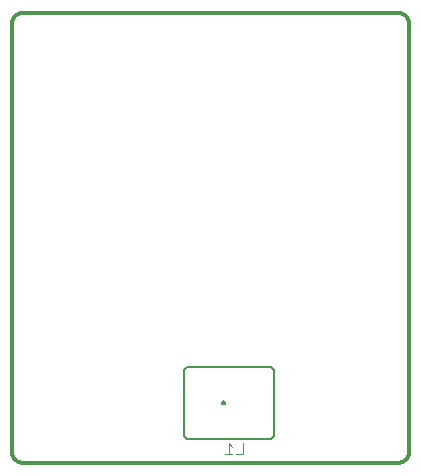
<source format=gbo>
G75*
%MOIN*%
%OFA0B0*%
%FSLAX24Y24*%
%IPPOS*%
%LPD*%
%AMOC8*
5,1,8,0,0,1.08239X$1,22.5*
%
%ADD10C,0.0120*%
%ADD11C,0.0080*%
%ADD12C,0.0030*%
D10*
X000160Y000535D02*
X000160Y014785D01*
X000162Y014822D01*
X000167Y014858D01*
X000176Y014894D01*
X000189Y014929D01*
X000204Y014962D01*
X000223Y014993D01*
X000245Y015023D01*
X000270Y015050D01*
X000297Y015075D01*
X000327Y015097D01*
X000358Y015116D01*
X000391Y015131D01*
X000426Y015144D01*
X000462Y015153D01*
X000498Y015158D01*
X000535Y015160D01*
X013035Y015160D01*
X013072Y015158D01*
X013108Y015153D01*
X013144Y015144D01*
X013179Y015131D01*
X013212Y015116D01*
X013243Y015097D01*
X013273Y015075D01*
X013300Y015050D01*
X013325Y015023D01*
X013347Y014993D01*
X013366Y014962D01*
X013381Y014929D01*
X013394Y014894D01*
X013403Y014858D01*
X013408Y014822D01*
X013410Y014785D01*
X013410Y000535D01*
X013408Y000498D01*
X013403Y000462D01*
X013394Y000426D01*
X013381Y000391D01*
X013366Y000358D01*
X013347Y000327D01*
X013325Y000297D01*
X013300Y000270D01*
X013273Y000245D01*
X013243Y000223D01*
X013212Y000204D01*
X013179Y000189D01*
X013144Y000176D01*
X013108Y000167D01*
X013072Y000162D01*
X013035Y000160D01*
X000535Y000160D01*
X000498Y000162D01*
X000462Y000167D01*
X000426Y000176D01*
X000391Y000189D01*
X000358Y000204D01*
X000327Y000223D01*
X000297Y000245D01*
X000270Y000270D01*
X000245Y000297D01*
X000223Y000327D01*
X000204Y000358D01*
X000189Y000391D01*
X000176Y000426D01*
X000167Y000462D01*
X000162Y000498D01*
X000160Y000535D01*
D11*
X005913Y001060D02*
X005913Y003260D01*
X006013Y003360D01*
X008807Y003360D01*
X008907Y003260D01*
X008907Y001060D01*
X008807Y000960D01*
X006013Y000960D01*
X005913Y001060D01*
X007160Y002160D02*
X007162Y002173D01*
X007167Y002186D01*
X007176Y002197D01*
X007187Y002204D01*
X007200Y002209D01*
X007213Y002210D01*
X007227Y002207D01*
X007239Y002201D01*
X007249Y002192D01*
X007256Y002180D01*
X007260Y002167D01*
X007260Y002153D01*
X007256Y002140D01*
X007249Y002128D01*
X007239Y002119D01*
X007227Y002113D01*
X007213Y002110D01*
X007200Y002111D01*
X007187Y002116D01*
X007176Y002123D01*
X007167Y002134D01*
X007162Y002147D01*
X007160Y002160D01*
D12*
X007390Y000817D02*
X007390Y000446D01*
X007513Y000446D02*
X007266Y000446D01*
X007513Y000693D02*
X007390Y000817D01*
X007635Y000446D02*
X007882Y000446D01*
X007882Y000817D01*
M02*

</source>
